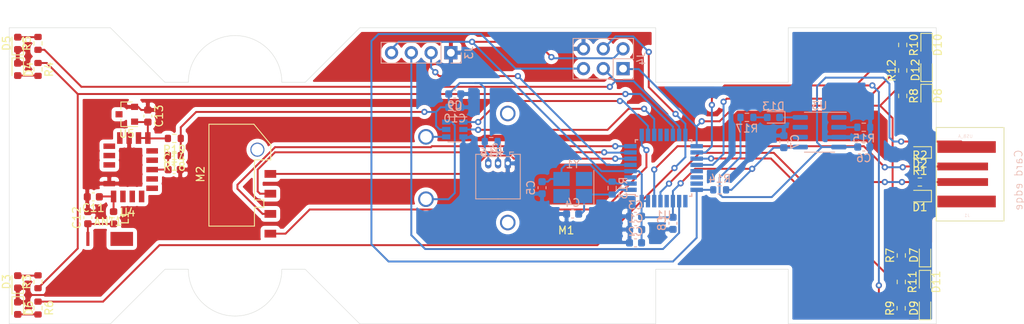
<source format=kicad_pcb>
(kicad_pcb (version 20171130) (host pcbnew 5.1.9+dfsg1-1+deb11u1)
  (layers (0 F.Cu signal) (31 B.Cu signal) (34 B.Paste user hide) (35 F.Paste user) (36 B.SilkS user) (37 F.SilkS user) (38 B.Mask user) (39 F.Mask user) (44 Edge.Cuts user))
  (net 0 "")
  (net 1 GND)
  (net 2 VCC)
  (net 3 D-)
  (net 4 D+)
  (net 5 TX)
  (net 6 RESET)
  (net 7 LED7)
  (net 8 LED6)
  (net 9 LED5)
  (net 10 LED4)
  (net 11 LED3)
  (net 12 LED2)
  (net 13 LED1)
  (net 14 PWM2)
  (net 15 PWM1)
  (net 16 M4)
  (net 17 M3)
  (net 18 M2)
  (net 19 M1)
  (net 20 RX)
  (net 21 "Net-(C5-Pad1)")
  (net 22 "Net-(C4-Pad1)")
  (net 23 "Net-(M1-Pad1)")
  (net 24 "Net-(M1-Pad2)")
  (net 25 CHG)
  (net 26 VBUS)
  (net 27 SELI)
  (net 28 "Net-(D1-Pad1)")
  (net 29 "Net-(D2-Pad1)")
  (net 30 "Net-(D3-Pad2)")
  (net 31 "Net-(D4-Pad2)")
  (net 32 "Net-(D5-Pad2)")
  (net 33 "Net-(D6-Pad2)")
  (net 34 "Net-(D7-Pad2)")
  (net 35 "Net-(D8-Pad2)")
  (net 36 "Net-(D9-Pad2)")
  (net 37 "Net-(D10-Pad2)")
  (net 38 "Net-(D11-Pad2)")
  (net 39 "Net-(D12-Pad2)")
  (net 40 "Net-(D13-Pad2)")
  (net 41 TEMP)
  (net 42 ANTENNE)
  (net 43 2.5V)
  (net 44 RST_N)
  (net 45 "Net-(ANT1-Pad1)")
  (module Connector_Molex:Molex_PicoBlade_53048-0310_1x03_P1.25mm_Horizontal (layer B.Cu) (at 153.5 97.4 180)
    (fp_text reference J2 (at 1.25 1.95) (layer B.SilkS) (effects (justify mirror)))
    (fp_text value Conn_01x03_Male)
    (pad 3 thru_hole oval (at 2.5 0 180) (size 0.8 1.3) (drill 0.5) (layers *.Cu *.Mask) (net 2 VCC))
    (pad 2 thru_hole oval (at 1.25 0 180) (size 0.8 1.3) (drill 0.5) (layers *.Cu *.Mask) (net 41 TEMP))
    (pad 1 thru_hole roundrect (at 0 0 180) (size 0.8 1.3) (drill 0.5) (layers *.Cu *.Mask) (net 1 GND))
  )
  (module rex-motors:micro-slider (layer F.Cu) (at 120.6 100 90)
    (fp_text reference M2 (at 1.2065 -6.5405 90) (layer F.SilkS))
    (fp_text value Stepper_Motor_bipolar)
    (pad "" thru_hole circle (at 4.3561 0.762 270) (size 1.8 1.8) (drill 1.5) (layers *.Cu *.Mask))
    (pad 1 smd rect (at 1.2446 2.4257 90) (size 1 1.5) (layers F.Cu F.Paste F.Mask) (net 19 M1))
    (pad 2 smd rect (at -1.2954 2.4257 90) (size 1 1.5) (layers F.Cu F.Paste F.Mask) (net 18 M2))
    (pad 3 smd rect (at -3.8862 2.4257 90) (size 1 1.5) (layers F.Cu F.Paste F.Mask) (net 17 M3))
    (pad 4 smd rect (at -6.4262 2.4257 90) (size 1 1.5) (layers F.Cu F.Paste F.Mask) (net 16 M4))
  )
  (module Package_TO_SOT_SMD:SOT-23 (layer F.Cu) (at 104.6 91.1 180)
    (fp_text reference U5 (at 0 -2.5 180) (layer F.SilkS))
    (fp_text value LM4040DBZ-2.5)
    (pad 3 smd rect (at 1 0 180) (size 0.9 0.8) (layers F.Cu F.Paste F.Mask))
    (pad 2 smd rect (at -1 0.95 180) (size 0.9 0.8) (layers F.Cu F.Paste F.Mask) (net 1 GND))
    (pad 1 smd rect (at -1 -0.95 180) (size 0.9 0.8) (layers F.Cu F.Paste F.Mask) (net 43 2.5V))
  )
  (module Projet_Bagnole:BM71BLE01FC2 (layer F.Cu) (at 108.1 101.9 180)
    (fp_text reference U4 (at 3.4 -1.8) (layer F.SilkS))
    (fp_text value BM71BLE01FC2)
    (pad 1 smd rect (at 5.2 0.25) (size 0.7 1.5) (layers F.Cu F.Paste F.Mask) (net 42 ANTENNE))
    (pad 2 smd rect (at 4 0.25) (size 0.7 1.5) (layers F.Cu F.Paste F.Mask))
    (pad 3 smd rect (at 2.8 0.25) (size 0.7 1.5) (layers F.Cu F.Paste F.Mask))
    (pad 4 smd rect (at 1.6 0.25) (size 0.7 1.5) (layers F.Cu F.Paste F.Mask))
    (pad 14 smd rect (at 5.75 6.7 270) (size 0.7 1.5) (layers F.Cu F.Paste F.Mask))
    (pad 15 smd rect (at 5.75 5.5 270) (size 0.7 1.5) (layers F.Cu F.Paste F.Mask))
    (pad 16 smd rect (at 5.75 4.3 270) (size 0.7 1.5) (layers F.Cu F.Paste F.Mask))
    (pad 17 smd rect (at 5.75 1.9 270) (size 0.7 1.5) (layers F.Cu F.Paste F.Mask) (net 1 GND))
    (pad 13 smd rect (at 4.4 7.75) (size 0.7 1.5) (layers F.Cu F.Paste F.Mask))
    (pad 12 smd rect (at 3.2 7.75) (size 0.7 1.5) (layers F.Cu F.Paste F.Mask) (net 1 GND))
    (pad 11 smd rect (at 2 7.75) (size 0.7 1.5) (layers F.Cu F.Paste F.Mask) (net 43 2.5V))
    (pad 10 smd rect (at 0.8 7.75) (size 0.7 1.5) (layers F.Cu F.Paste F.Mask) (net 43 2.5V))
    (pad 9 smd rect (at 0.25 6.1 270) (size 0.7 1.5) (layers F.Cu F.Paste F.Mask))
    (pad 8 smd rect (at 0.25 4.9 270) (size 0.7 1.5) (layers F.Cu F.Paste F.Mask))
    (pad 7 smd rect (at 0.25 3.7 270) (size 0.7 1.5) (layers F.Cu F.Paste F.Mask) (net 44 RST_N))
    (pad 6 smd rect (at 0.25 2.5 270) (size 0.7 1.5) (layers F.Cu F.Paste F.Mask))
    (pad 5 smd rect (at 0.25 1.3 270) (size 0.7 1.5) (layers F.Cu F.Paste F.Mask))
  )
  (module Resistor_SMD:R_0603_1608Metric (layer F.Cu) (at 110.7 94.2 180)
    (fp_text reference R19 (at 0 -1.43) (layer F.SilkS))
    (fp_text value R)
    (pad 2 smd roundrect (at 0.825 0 180) (size 0.8 0.95) (layers F.Cu F.Paste F.Mask) (net 43 2.5V))
    (pad 1 smd roundrect (at -0.825 0 180) (size 0.8 0.95) (layers F.Cu F.Paste F.Mask) (net 2 VCC))
  )
  (module Resistor_SMD:R_0603_1608Metric (layer F.Cu) (at 110.7 96.4 180)
    (fp_text reference R18 (at 0 -1.43) (layer F.SilkS))
    (fp_text value 4.7k)
    (pad 2 smd roundrect (at 0.825 0 180) (size 0.8 0.95) (layers F.Cu F.Paste F.Mask) (net 44 RST_N))
    (pad 1 smd roundrect (at -0.825 0 180) (size 0.8 0.95) (layers F.Cu F.Paste F.Mask) (net 2 VCC))
  )
  (module Projet_Bagnole:Motor_DC (layer F.Cu) (at 161 105 180)
    (fp_text reference M1 (at 0 -1) (layer F.SilkS))
    (fp_text value Motor_DC)
    (pad 2 thru_hole circle (at 18 11 180) (size 2 2) (drill 1.5) (layers *.Cu *.Mask) (net 24 "Net-(M1-Pad2)"))
    (pad 1 thru_hole circle (at 18 3 180) (size 2 2) (drill 1.5) (layers *.Cu *.Mask) (net 23 "Net-(M1-Pad1)"))
    (pad "" thru_hole circle (at 7.5 0 180) (size 2 2) (drill 1.5) (layers *.Cu *.Mask))
    (pad "" thru_hole circle (at 7.5 14 180) (size 2 2) (drill 1.5) (layers *.Cu *.Mask))
  )
  (module Inductor_SMD:L_0603_1608Metric (layer F.Cu) (at 102.9 104.3875 270)
    (fp_text reference L1 (at 0 -1.43 270) (layer F.SilkS))
    (fp_text value L)
    (pad 2 smd roundrect (at 0.7875 0 270) (size 0.875 0.95) (layers F.Cu F.Paste F.Mask) (net 45 "Net-(ANT1-Pad1)"))
    (pad 1 smd roundrect (at -0.7875 0 270) (size 0.875 0.95) (layers F.Cu F.Paste F.Mask) (net 42 ANTENNE))
  )
  (module Capacitor_SMD:C_0603_1608Metric (layer F.Cu) (at 110.682272 98.205382)
    (fp_text reference C14 (at 0 -1.43) (layer F.SilkS))
    (fp_text value 10uF)
    (pad 2 smd roundrect (at 0.775 0) (size 0.9 0.95) (layers F.Cu F.Paste F.Mask) (net 1 GND))
    (pad 1 smd roundrect (at -0.775 0) (size 0.9 0.95) (layers F.Cu F.Paste F.Mask) (net 44 RST_N))
  )
  (module Capacitor_SMD:C_0603_1608Metric (layer F.Cu) (at 107.3 91.325 270)
    (fp_text reference C13 (at 0 -1.43 270) (layer F.SilkS))
    (fp_text value 10uF)
    (pad 2 smd roundrect (at 0.775 0 270) (size 0.9 0.95) (layers F.Cu F.Paste F.Mask) (net 43 2.5V))
    (pad 1 smd roundrect (at -0.775 0 270) (size 0.9 0.95) (layers F.Cu F.Paste F.Mask) (net 1 GND))
  )
  (module Capacitor_SMD:C_0603_1608Metric (layer F.Cu) (at 99.6 104.375 90)
    (fp_text reference C12 (at 0 -1.43 270) (layer F.SilkS))
    (fp_text value C)
    (pad 2 smd roundrect (at 0.775 0 90) (size 0.9 0.95) (layers F.Cu F.Paste F.Mask) (net 1 GND))
    (pad 1 smd roundrect (at -0.775 0 90) (size 0.9 0.95) (layers F.Cu F.Paste F.Mask) (net 45 "Net-(ANT1-Pad1)"))
  )
  (module Capacitor_SMD:C_0603_1608Metric (layer F.Cu) (at 100.3 101.7 180)
    (fp_text reference C11 (at 0 -1.43) (layer F.SilkS))
    (fp_text value C)
    (pad 2 smd roundrect (at 0.775 0 180) (size 0.9 0.95) (layers F.Cu F.Paste F.Mask) (net 1 GND))
    (pad 1 smd roundrect (at -0.775 0 180) (size 0.9 0.95) (layers F.Cu F.Paste F.Mask) (net 42 ANTENNE))
  )
  (module Projet_Bagnole:ANT3216LL00R2400A (layer F.Cu) (at 102.2 104.4)
    (fp_text reference ANT1 (at 0 0.5 180) (layer F.SilkS))
    (fp_text value ANT3216LL00R2400A)
    (pad 2 smd rect (at 1.75 2.7 90) (size 1.8 2.9) (layers F.Cu F.Paste F.Mask))
    (pad 1 smd rect (at -2.6 2.7 180) (size 0.4 1.8) (layers F.Cu F.Paste F.Mask) (net 45 "Net-(ANT1-Pad1)"))
  )
  (module Connector_PinHeader_2.54mm:PinHeader_2x03_P2.54mm_Vertical (layer B.Cu) (at 168.3 85.24 90)
    (fp_text reference J4 (at 1.27 2.33 270) (layer B.SilkS) (effects (justify mirror)))
    (fp_text value AVR-ISP-6)
    (pad 6 thru_hole oval (at 2.54 -5.08 90) (size 1.7 1.7) (drill 1) (layers *.Cu *.Mask) (net 1 GND))
    (pad 5 thru_hole oval (at 0 -5.08 90) (size 1.7 1.7) (drill 1) (layers *.Cu *.Mask) (net 6 RESET))
    (pad 4 thru_hole oval (at 2.54 -2.54 90) (size 1.7 1.7) (drill 1) (layers *.Cu *.Mask) (net 11 LED3))
    (pad 3 thru_hole oval (at 0 -2.54 90) (size 1.7 1.7) (drill 1) (layers *.Cu *.Mask) (net 12 LED2))
    (pad 2 thru_hole oval (at 2.54 0 90) (size 1.7 1.7) (drill 1) (layers *.Cu *.Mask) (net 2 VCC))
    (pad 1 thru_hole rect (at 0 0 90) (size 1.7 1.7) (drill 1) (layers *.Cu *.Mask) (net 10 LED4))
  )
  (module Resistor_SMD:R_0603_1608Metric (layer B.Cu) (at 184.2 91.5)
    (fp_text reference R17 (at 0 1.43) (layer B.SilkS) (effects (justify mirror)))
    (fp_text value 1k)
    (pad 2 smd roundrect (at 0.825 0) (size 0.8 0.95) (layers B.Cu B.Paste B.Mask) (net 40 "Net-(D13-Pad2)"))
    (pad 1 smd roundrect (at -0.825 0) (size 0.8 0.95) (layers B.Cu B.Paste B.Mask) (net 26 VBUS))
  )
  (module Resistor_SMD:R_0603_1608Metric (layer B.Cu) (at 151.375 94.6)
    (fp_text reference R16 (at 0 1.43) (layer B.SilkS) (effects (justify mirror)))
    (fp_text value R)
    (pad 2 smd roundrect (at 0.825 0) (size 0.8 0.95) (layers B.Cu B.Paste B.Mask) (net 41 TEMP))
    (pad 1 smd roundrect (at -0.825 0) (size 0.8 0.95) (layers B.Cu B.Paste B.Mask) (net 2 VCC))
  )
  (module Resistor_SMD:R_0603_1608Metric (layer B.Cu) (at 199.2 92.769573)
    (fp_text reference R15 (at 0 1.43) (layer B.SilkS) (effects (justify mirror)))
    (fp_text value 10k)
    (pad 2 smd roundrect (at 0.825 0) (size 0.8 0.95) (layers B.Cu B.Paste B.Mask) (net 1 GND))
    (pad 1 smd roundrect (at -0.825 0) (size 0.8 0.95) (layers B.Cu B.Paste B.Mask) (net 27 SELI))
  )
  (module Resistor_SMD:R_0603_1608Metric (layer B.Cu) (at 180.7 100.8 180)
    (fp_text reference R14 (at 0 1.43) (layer B.SilkS) (effects (justify mirror)))
    (fp_text value 10k)
    (pad 2 smd roundrect (at 0.825 0 180) (size 0.8 0.95) (layers B.Cu B.Paste B.Mask) (net 6 RESET))
    (pad 1 smd roundrect (at -0.825 0 180) (size 0.8 0.95) (layers B.Cu B.Paste B.Mask) (net 2 VCC))
  )
  (module Resistor_SMD:R_0603_1608Metric (layer B.Cu) (at 166.9 100.575 90)
    (fp_text reference R13 (at 0 1.43 90) (layer B.SilkS) (effects (justify mirror)))
    (fp_text value 1M)
    (pad 2 smd roundrect (at 0.825 0 90) (size 0.8 0.95) (layers B.Cu B.Paste B.Mask) (net 21 "Net-(C5-Pad1)"))
    (pad 1 smd roundrect (at -0.825 0 90) (size 0.8 0.95) (layers B.Cu B.Paste B.Mask) (net 22 "Net-(C4-Pad1)"))
  )
  (module Resistor_SMD:R_0603_1608Metric (layer F.Cu) (at 204.2 85.475 90)
    (fp_text reference R12 (at 0 -1.43 90) (layer F.SilkS))
    (fp_text value 330)
    (pad 2 smd roundrect (at 0.825 0 90) (size 0.8 0.95) (layers F.Cu F.Paste F.Mask) (net 39 "Net-(D12-Pad2)"))
    (pad 1 smd roundrect (at -0.825 0 90) (size 0.8 0.95) (layers F.Cu F.Paste F.Mask) (net 7 LED7))
  )
  (module Resistor_SMD:R_0603_1608Metric (layer F.Cu) (at 204.016 112.624 270)
    (fp_text reference R11 (at 0 -1.43 90) (layer F.SilkS))
    (fp_text value 330)
    (pad 2 smd roundrect (at 0.825 0 270) (size 0.8 0.95) (layers F.Cu F.Paste F.Mask) (net 38 "Net-(D11-Pad2)"))
    (pad 1 smd roundrect (at -0.825 0 270) (size 0.8 0.95) (layers F.Cu F.Paste F.Mask) (net 8 LED6))
  )
  (module Resistor_SMD:R_0603_1608Metric (layer F.Cu) (at 204.2 82.2 270)
    (fp_text reference R10 (at 0 -1.43 90) (layer F.SilkS))
    (fp_text value 330)
    (pad 2 smd roundrect (at 0.825 0 270) (size 0.8 0.95) (layers F.Cu F.Paste F.Mask) (net 37 "Net-(D10-Pad2)"))
    (pad 1 smd roundrect (at -0.825 0 270) (size 0.8 0.95) (layers F.Cu F.Paste F.Mask) (net 9 LED5))
  )
  (module Resistor_SMD:R_0603_1608Metric (layer F.Cu) (at 204 116 90)
    (fp_text reference R9 (at 0 -1.43 90) (layer F.SilkS))
    (fp_text value 330)
    (pad 2 smd roundrect (at 0.825 0 90) (size 0.8 0.95) (layers F.Cu F.Paste F.Mask) (net 36 "Net-(D9-Pad2)"))
    (pad 1 smd roundrect (at -0.825 0 90) (size 0.8 0.95) (layers F.Cu F.Paste F.Mask) (net 9 LED5))
  )
  (module Resistor_SMD:R_0603_1608Metric (layer F.Cu) (at 204.2 88.744 270)
    (fp_text reference R8 (at 0 -1.43 90) (layer F.SilkS))
    (fp_text value 330)
    (pad 2 smd roundrect (at 0.825 0 270) (size 0.8 0.95) (layers F.Cu F.Paste F.Mask) (net 35 "Net-(D8-Pad2)"))
    (pad 1 smd roundrect (at -0.825 0 270) (size 0.8 0.95) (layers F.Cu F.Paste F.Mask) (net 10 LED4))
  )
  (module Resistor_SMD:R_0603_1608Metric (layer F.Cu) (at 204.016 109.225 90)
    (fp_text reference R7 (at 0 -1.43 90) (layer F.SilkS))
    (fp_text value 330)
    (pad 2 smd roundrect (at 0.825 0 90) (size 0.8 0.95) (layers F.Cu F.Paste F.Mask) (net 34 "Net-(D7-Pad2)"))
    (pad 1 smd roundrect (at -0.825 0 90) (size 0.8 0.95) (layers F.Cu F.Paste F.Mask) (net 10 LED4))
  )
  (module Resistor_SMD:R_0603_1608Metric (layer F.Cu) (at 93.2 115.975 270)
    (fp_text reference R6 (at 0 -1.43 90) (layer F.SilkS))
    (fp_text value 330)
    (pad 2 smd roundrect (at 0.825 0 270) (size 0.8 0.95) (layers F.Cu F.Paste F.Mask) (net 33 "Net-(D6-Pad2)"))
    (pad 1 smd roundrect (at -0.825 0 270) (size 0.8 0.95) (layers F.Cu F.Paste F.Mask) (net 11 LED3))
  )
  (module Resistor_SMD:R_0603_1608Metric (layer F.Cu) (at 93.2 82 90)
    (fp_text reference R5 (at 0 -1.43 90) (layer F.SilkS))
    (fp_text value 330)
    (pad 2 smd roundrect (at 0.825 0 90) (size 0.8 0.95) (layers F.Cu F.Paste F.Mask) (net 32 "Net-(D5-Pad2)"))
    (pad 1 smd roundrect (at -0.825 0 90) (size 0.8 0.95) (layers F.Cu F.Paste F.Mask) (net 12 LED2))
  )
  (module Resistor_SMD:R_0603_1608Metric (layer F.Cu) (at 93.2 85.344 270)
    (fp_text reference R4 (at 0 -1.43 90) (layer F.SilkS))
    (fp_text value 330)
    (pad 2 smd roundrect (at 0.825 0 270) (size 0.8 0.95) (layers F.Cu F.Paste F.Mask) (net 31 "Net-(D4-Pad2)"))
    (pad 1 smd roundrect (at -0.825 0 270) (size 0.8 0.95) (layers F.Cu F.Paste F.Mask) (net 13 LED1))
  )
  (module Resistor_SMD:R_0603_1608Metric (layer F.Cu) (at 93.2 112.6 90)
    (fp_text reference R3 (at 0 -1.43 90) (layer F.SilkS))
    (fp_text value 330)
    (pad 2 smd roundrect (at 0.825 0 90) (size 0.8 0.95) (layers F.Cu F.Paste F.Mask) (net 30 "Net-(D3-Pad2)"))
    (pad 1 smd roundrect (at -0.825 0 90) (size 0.8 0.95) (layers F.Cu F.Paste F.Mask) (net 13 LED1))
  )
  (module Resistor_SMD:R_0603_1608Metric (layer F.Cu) (at 206.4 97.8)
    (fp_text reference R2 (at 0 -1.43) (layer F.SilkS))
    (fp_text value 220)
    (pad 2 smd roundrect (at 0.825 0) (size 0.8 0.95) (layers F.Cu F.Paste F.Mask) (net 29 "Net-(D2-Pad1)"))
    (pad 1 smd roundrect (at -0.825 0) (size 0.8 0.95) (layers F.Cu F.Paste F.Mask) (net 3 D-))
  )
  (module Resistor_SMD:R_0603_1608Metric (layer F.Cu) (at 206.4 99.8)
    (fp_text reference R1 (at 0 -1.43) (layer F.SilkS))
    (fp_text value 220)
    (pad 2 smd roundrect (at 0.825 0) (size 0.8 0.95) (layers F.Cu F.Paste F.Mask) (net 28 "Net-(D1-Pad1)"))
    (pad 1 smd roundrect (at -0.825 0) (size 0.8 0.95) (layers F.Cu F.Paste F.Mask) (net 4 D+))
  )
  (module Connector_PinHeader_2.54mm:PinHeader_1x04_P2.54mm_Vertical (layer B.Cu) (at 146.2 83.2 90)
    (fp_text reference J3 (at 0 2.33 -90) (layer B.SilkS) (effects (justify mirror)))
    (fp_text value Conn_01x04_Male)
    (pad 4 thru_hole oval (at 0 -7.62 90) (size 1.7 1.7) (drill 1) (layers *.Cu *.Mask) (net 2 VCC))
    (pad 3 thru_hole oval (at 0 -5.08 90) (size 1.7 1.7) (drill 1) (layers *.Cu *.Mask) (net 5 TX))
    (pad 2 thru_hole oval (at 0 -2.54 90) (size 1.7 1.7) (drill 1) (layers *.Cu *.Mask) (net 20 RX))
    (pad 1 thru_hole rect (at 0 0 90) (size 1.7 1.7) (drill 1) (layers *.Cu *.Mask) (net 1 GND))
  )
  (module Diode_SMD:D_0603_1608Metric (layer B.Cu) (at 187.6 91.5 180)
    (fp_text reference D13 (at 0 1.43) (layer B.SilkS) (effects (justify mirror)))
    (fp_text value LED)
    (pad 2 smd roundrect (at 0.7875 0 180) (size 0.875 0.95) (layers B.Cu B.Paste B.Mask) (net 40 "Net-(D13-Pad2)"))
    (pad 1 smd roundrect (at -0.7875 0 180) (size 0.875 0.95) (layers B.Cu B.Paste B.Mask) (net 25 CHG))
  )
  (module Diode_SMD:D_0603_1608Metric (layer F.Cu) (at 207.264 85.4165 90)
    (fp_text reference D12 (at 0 -1.43 90) (layer F.SilkS))
    (fp_text value LED)
    (pad 2 smd roundrect (at 0.7875 0 90) (size 0.875 0.95) (layers F.Cu F.Paste F.Mask) (net 39 "Net-(D12-Pad2)"))
    (pad 1 smd roundrect (at -0.7875 0 90) (size 0.875 0.95) (layers F.Cu F.Paste F.Mask) (net 1 GND))
  )
  (module Diode_SMD:D_0603_1608Metric (layer F.Cu) (at 207.064 112.624 270)
    (fp_text reference D11 (at 0 -1.43 90) (layer F.SilkS))
    (fp_text value LED)
    (pad 2 smd roundrect (at 0.7875 0 270) (size 0.875 0.95) (layers F.Cu F.Paste F.Mask) (net 38 "Net-(D11-Pad2)"))
    (pad 1 smd roundrect (at -0.7875 0 270) (size 0.875 0.95) (layers F.Cu F.Paste F.Mask) (net 1 GND))
  )
  (module Diode_SMD:D_0603_1608Metric (layer F.Cu) (at 207.264 82.2 270)
    (fp_text reference D10 (at 0 -1.43 90) (layer F.SilkS))
    (fp_text value LED)
    (pad 2 smd roundrect (at 0.7875 0 270) (size 0.875 0.95) (layers F.Cu F.Paste F.Mask) (net 37 "Net-(D10-Pad2)"))
    (pad 1 smd roundrect (at -0.7875 0 270) (size 0.875 0.95) (layers F.Cu F.Paste F.Mask) (net 1 GND))
  )
  (module Diode_SMD:D_0603_1608Metric (layer F.Cu) (at 207.064 115.9875 90)
    (fp_text reference D9 (at 0 -1.43 90) (layer F.SilkS))
    (fp_text value LED)
    (pad 2 smd roundrect (at 0.7875 0 90) (size 0.875 0.95) (layers F.Cu F.Paste F.Mask) (net 36 "Net-(D9-Pad2)"))
    (pad 1 smd roundrect (at -0.7875 0 90) (size 0.875 0.95) (layers F.Cu F.Paste F.Mask) (net 1 GND))
  )
  (module Diode_SMD:D_0603_1608Metric (layer F.Cu) (at 207.264 88.744 270)
    (fp_text reference D8 (at 0 -1.43 90) (layer F.SilkS))
    (fp_text value LED)
    (pad 2 smd roundrect (at 0.7875 0 270) (size 0.875 0.95) (layers F.Cu F.Paste F.Mask) (net 35 "Net-(D8-Pad2)"))
    (pad 1 smd roundrect (at -0.7875 0 270) (size 0.875 0.95) (layers F.Cu F.Paste F.Mask) (net 1 GND))
  )
  (module Diode_SMD:D_0603_1608Metric (layer F.Cu) (at 207.064 109.2 90)
    (fp_text reference D7 (at 0 -1.43 90) (layer F.SilkS))
    (fp_text value LED)
    (pad 2 smd roundrect (at 0.7875 0 90) (size 0.875 0.95) (layers F.Cu F.Paste F.Mask) (net 34 "Net-(D7-Pad2)"))
    (pad 1 smd roundrect (at -0.7875 0 90) (size 0.875 0.95) (layers F.Cu F.Paste F.Mask) (net 1 GND))
  )
  (module Diode_SMD:D_0603_1608Metric (layer F.Cu) (at 90.6 116 270)
    (fp_text reference D6 (at 0 -1.43 90) (layer F.SilkS))
    (fp_text value LED)
    (pad 2 smd roundrect (at 0.7875 0 270) (size 0.875 0.95) (layers F.Cu F.Paste F.Mask) (net 33 "Net-(D6-Pad2)"))
    (pad 1 smd roundrect (at -0.7875 0 270) (size 0.875 0.95) (layers F.Cu F.Paste F.Mask) (net 1 GND))
  )
  (module Diode_SMD:D_0603_1608Metric (layer F.Cu) (at 90.6 81.9875 90)
    (fp_text reference D5 (at 0 -1.43 90) (layer F.SilkS))
    (fp_text value LED)
    (pad 2 smd roundrect (at 0.7875 0 90) (size 0.875 0.95) (layers F.Cu F.Paste F.Mask) (net 32 "Net-(D5-Pad2)"))
    (pad 1 smd roundrect (at -0.7875 0 90) (size 0.875 0.95) (layers F.Cu F.Paste F.Mask) (net 1 GND))
  )
  (module Diode_SMD:D_0603_1608Metric (layer F.Cu) (at 90.6 85.344 270)
    (fp_text reference D4 (at 0 -1.43 90) (layer F.SilkS))
    (fp_text value LED)
    (pad 2 smd roundrect (at 0.7875 0 270) (size 0.875 0.95) (layers F.Cu F.Paste F.Mask) (net 31 "Net-(D4-Pad2)"))
    (pad 1 smd roundrect (at -0.7875 0 270) (size 0.875 0.95) (layers F.Cu F.Paste F.Mask) (net 1 GND))
  )
  (module Diode_SMD:D_0603_1608Metric (layer F.Cu) (at 90.6 112.6 90)
    (fp_text reference D3 (at 0 -1.43 90) (layer F.SilkS))
    (fp_text value LED)
    (pad 2 smd roundrect (at 0.7875 0 90) (size 0.875 0.95) (layers F.Cu F.Paste F.Mask) (net 30 "Net-(D3-Pad2)"))
    (pad 1 smd roundrect (at -0.7875 0 90) (size 0.875 0.95) (layers F.Cu F.Paste F.Mask) (net 1 GND))
  )
  (module Diode_SMD:D_0603_1608Metric (layer F.Cu) (at 206.4 96 180)
    (fp_text reference D2 (at 0 -1.43) (layer F.SilkS))
    (fp_text value D)
    (pad 2 smd roundrect (at 0.7875 0 180) (size 0.875 0.95) (layers F.Cu F.Paste F.Mask) (net 1 GND))
    (pad 1 smd roundrect (at -0.7875 0 180) (size 0.875 0.95) (layers F.Cu F.Paste F.Mask) (net 29 "Net-(D2-Pad1)"))
  )
  (module Diode_SMD:D_0603_1608Metric (layer F.Cu) (at 206.4 101.6 180)
    (fp_text reference D1 (at 0 -1.43) (layer F.SilkS))
    (fp_text value D)
    (pad 2 smd roundrect (at 0.7875 0 180) (size 0.875 0.95) (layers F.Cu F.Paste F.Mask) (net 1 GND))
    (pad 1 smd roundrect (at -0.7875 0 180) (size 0.875 0.95) (layers F.Cu F.Paste F.Mask) (net 28 "Net-(D1-Pad1)"))
  )
  (module Capacitor_SMD:C_0603_1608Metric (layer B.Cu) (at 146.7 90.2)
    (fp_text reference C10 (at 0 1.43) (layer B.SilkS) (effects (justify mirror)))
    (fp_text value 2.2uF)
    (pad 2 smd roundrect (at 0.775 0) (size 0.9 0.95) (layers B.Cu B.Paste B.Mask) (net 1 GND))
    (pad 1 smd roundrect (at -0.775 0) (size 0.9 0.95) (layers B.Cu B.Paste B.Mask) (net 2 VCC))
  )
  (module Capacitor_SMD:C_0603_1608Metric (layer B.Cu) (at 146.7 88.5)
    (fp_text reference C9 (at 0 1.43) (layer B.SilkS) (effects (justify mirror)))
    (fp_text value 100nF)
    (pad 2 smd roundrect (at 0.775 0) (size 0.9 0.95) (layers B.Cu B.Paste B.Mask) (net 1 GND))
    (pad 1 smd roundrect (at -0.775 0) (size 0.9 0.95) (layers B.Cu B.Paste B.Mask) (net 2 VCC))
  )
  (module Capacitor_SMD:C_0603_1608Metric (layer B.Cu) (at 174.7 105.1 270)
    (fp_text reference C8 (at 0 1.43 90) (layer B.SilkS) (effects (justify mirror)))
    (fp_text value C)
    (pad 2 smd roundrect (at 0.775 0 270) (size 0.9 0.95) (layers B.Cu B.Paste B.Mask) (net 1 GND))
    (pad 1 smd roundrect (at -0.775 0 270) (size 0.9 0.95) (layers B.Cu B.Paste B.Mask) (net 2 VCC))
  )
  (module Capacitor_SMD:C_0603_1608Metric (layer B.Cu) (at 188.934781 94.617345 90)
    (fp_text reference C7 (at 0 1.43 90) (layer B.SilkS) (effects (justify mirror)))
    (fp_text value 2.2uF)
    (pad 2 smd roundrect (at 0.775 0 90) (size 0.9 0.95) (layers B.Cu B.Paste B.Mask) (net 1 GND))
    (pad 1 smd roundrect (at -0.775 0 90) (size 0.9 0.95) (layers B.Cu B.Paste B.Mask) (net 2 VCC))
  )
  (module Capacitor_SMD:C_0603_1608Metric (layer B.Cu) (at 199.2 95.3)
    (fp_text reference C6 (at 0 1.43) (layer B.SilkS) (effects (justify mirror)))
    (fp_text value DNP)
    (pad 2 smd roundrect (at 0.775 0) (size 0.9 0.95) (layers B.Cu B.Paste B.Mask) (net 1 GND))
    (pad 1 smd roundrect (at -0.775 0) (size 0.9 0.95) (layers B.Cu B.Paste B.Mask) (net 26 VBUS))
  )
  (module Capacitor_SMD:C_0603_1608Metric (layer B.Cu) (at 157.9 100.525 270)
    (fp_text reference C5 (at 0 1.43 270) (layer B.SilkS) (effects (justify mirror)))
    (fp_text value "22 pF")
    (pad 2 smd roundrect (at 0.775 0 270) (size 0.9 0.95) (layers B.Cu B.Paste B.Mask) (net 1 GND))
    (pad 1 smd roundrect (at -0.775 0 270) (size 0.9 0.95) (layers B.Cu B.Paste B.Mask) (net 21 "Net-(C5-Pad1)"))
  )
  (module Capacitor_SMD:C_0603_1608Metric (layer B.Cu) (at 161.825 103.9 180)
    (fp_text reference C4 (at 0 1.43) (layer B.SilkS) (effects (justify mirror)))
    (fp_text value "22 pF")
    (pad 2 smd roundrect (at 0.775 0 180) (size 0.9 0.95) (layers B.Cu B.Paste B.Mask) (net 1 GND))
    (pad 1 smd roundrect (at -0.775 0 180) (size 0.9 0.95) (layers B.Cu B.Paste B.Mask) (net 22 "Net-(C4-Pad1)"))
  )
  (module Capacitor_SMD:C_0603_1608Metric (layer B.Cu) (at 169.9 104.2 180)
    (fp_text reference C3 (at 0 1.43) (layer B.SilkS) (effects (justify mirror)))
    (fp_text value 100nF)
    (pad 2 smd roundrect (at 0.775 0 180) (size 0.9 0.95) (layers B.Cu B.Paste B.Mask) (net 1 GND))
    (pad 1 smd roundrect (at -0.775 0 180) (size 0.9 0.95) (layers B.Cu B.Paste B.Mask) (net 2 VCC))
  )
  (module Capacitor_SMD:C_0603_1608Metric (layer B.Cu) (at 169.9 107.6 180)
    (fp_text reference C2 (at 0 1.43) (layer B.SilkS) (effects (justify mirror)))
    (fp_text value 100nF)
    (pad 2 smd roundrect (at 0.775 0 180) (size 0.9 0.95) (layers B.Cu B.Paste B.Mask) (net 1 GND))
    (pad 1 smd roundrect (at -0.775 0 180) (size 0.9 0.95) (layers B.Cu B.Paste B.Mask) (net 2 VCC))
  )
  (module Capacitor_SMD:C_0603_1608Metric (layer B.Cu) (at 169.925 105.9 180)
    (fp_text reference C1 (at 0 1.43) (layer B.SilkS) (effects (justify mirror)))
    (fp_text value 4.7uF)
    (pad 2 smd roundrect (at 0.775 0 180) (size 0.9 0.95) (layers B.Cu B.Paste B.Mask) (net 1 GND))
    (pad 1 smd roundrect (at -0.775 0 180) (size 0.9 0.95) (layers B.Cu B.Paste B.Mask) (net 2 VCC))
  )
  (module SpF-con:USB-A-PCB (layer F.Cu) (at 212.2 98.8 180)
    (fp_text reference J1 (at -0.254 -5.2832) (layer B.SilkS) (effects (font (size 0.4064 0.4064) (thickness 0.0254)) (justify mirror)))
    (fp_text value USB_A (at -0.0508 4.8768) (layer B.SilkS) (effects (font (size 0.4064 0.4064) (thickness 0.0254)) (justify mirror)))
    (fp_text user "Card edge" (at -6.858 -0.762 90) (layer B.SilkS) (effects (font (size 1.016 1.016) (thickness 0.0762)) (justify mirror)))
    (pad 3 smd rect (at 0.29972 -0.99822 180) (size 6.49986 0.99822) (layers F.Cu F.Paste F.Mask) (net 28 "Net-(D1-Pad1)"))
    (pad 2 smd rect (at 0.29972 0.99822 180) (size 6.49986 0.99822) (layers F.Cu F.Paste F.Mask) (net 29 "Net-(D2-Pad1)"))
    (pad 4 smd rect (at -0.19812 -3.49758 180) (size 7.49808 1.4986) (layers F.Cu F.Paste F.Mask) (net 1 GND))
    (pad 1 smd rect (at -0.19812 3.49758 180) (size 7.49808 1.4986) (layers F.Cu F.Paste F.Mask) (net 26 VBUS))
  )
  (module Crystal:Crystal_SMD_SeikoEpson_FA238-4Pin_3.2x2.5mm_HandSoldering (layer B.Cu) (at 161.85 100.5 180)
    (fp_text reference Y1 (at 0 3) (layer B.SilkS) (effects (justify mirror)))
    (fp_text value Crystal_GND24)
    (pad 4 smd rect (at -1.45 1.1 180) (size 2.1 1.8) (layers B.Cu B.Paste B.Mask) (net 1 GND))
    (pad 3 smd rect (at 1.45 1.1 180) (size 2.1 1.8) (layers B.Cu B.Paste B.Mask) (net 21 "Net-(C5-Pad1)"))
    (pad 2 smd rect (at 1.45 -1.1 180) (size 2.1 1.8) (layers B.Cu B.Paste B.Mask) (net 1 GND))
    (pad 1 smd rect (at -1.45 -1.1 180) (size 2.1 1.8) (layers B.Cu B.Paste B.Mask) (net 22 "Net-(C4-Pad1)"))
  )
  (module Package_SO:SOIC-8_3.9x4.9mm_P1.27mm (layer B.Cu) (at 193.525 93.405 180)
    (fp_text reference U3 (at 0 3.4) (layer B.SilkS) (effects (justify mirror)))
    (fp_text value MAX1811)
    (pad 8 smd roundrect (at 2.475 1.905 180) (size 1.95 0.6) (layers B.Cu B.Paste B.Mask) (net 25 CHG))
    (pad 7 smd roundrect (at 2.475 0.635 180) (size 1.95 0.6) (layers B.Cu B.Paste B.Mask))
    (pad 6 smd roundrect (at 2.475 -0.635 180) (size 1.95 0.6) (layers B.Cu B.Paste B.Mask) (net 1 GND))
    (pad 5 smd roundrect (at 2.475 -1.905 180) (size 1.95 0.6) (layers B.Cu B.Paste B.Mask) (net 2 VCC))
    (pad 4 smd roundrect (at -2.475 -1.905 180) (size 1.95 0.6) (layers B.Cu B.Paste B.Mask) (net 26 VBUS))
    (pad 3 smd roundrect (at -2.475 -0.635 180) (size 1.95 0.6) (layers B.Cu B.Paste B.Mask) (net 1 GND))
    (pad 2 smd roundrect (at -2.475 0.635 180) (size 1.95 0.6) (layers B.Cu B.Paste B.Mask) (net 27 SELI))
    (pad 1 smd roundrect (at -2.475 1.905 180) (size 1.95 0.6) (layers B.Cu B.Paste B.Mask))
  )
  (module Package_TO_SOT_SMD:SOT-23-6 (layer B.Cu) (at 146.7 93.05 180)
    (fp_text reference U2 (at 0 2.9) (layer B.SilkS) (effects (justify mirror)))
    (fp_text value DRV8210DRL)
    (pad 5 smd rect (at 1.1 0 180) (size 1.06 0.65) (layers B.Cu B.Paste B.Mask) (net 2 VCC))
    (pad 6 smd rect (at 1.1 0.95 180) (size 1.06 0.65) (layers B.Cu B.Paste B.Mask) (net 23 "Net-(M1-Pad1)"))
    (pad 4 smd rect (at 1.1 -0.95 180) (size 1.06 0.65) (layers B.Cu B.Paste B.Mask) (net 24 "Net-(M1-Pad2)"))
    (pad 3 smd rect (at -1.1 -0.95 180) (size 1.06 0.65) (layers B.Cu B.Paste B.Mask) (net 1 GND))
    (pad 2 smd rect (at -1.1 0 180) (size 1.06 0.65) (layers B.Cu B.Paste B.Mask) (net 14 PWM2))
    (pad 1 smd rect (at -1.1 0.95 180) (size 1.06 0.65) (layers B.Cu B.Paste B.Mask) (net 15 PWM1))
  )
  (module Package_QFP:TQFP-32_7x7mm_P0.8mm (layer B.Cu) (at 173.5 98)
    (fp_text reference U1 (at 0 6.05) (layer B.SilkS) (effects (justify mirror)))
    (fp_text value ATmega16U2-AU)
    (pad 32 smd rect (at -2.8 4.25 270) (size 1.6 0.55) (layers B.Cu B.Paste B.Mask) (net 2 VCC))
    (pad 31 smd rect (at -2 4.25 270) (size 1.6 0.55) (layers B.Cu B.Paste B.Mask) (net 2 VCC))
    (pad 30 smd rect (at -1.2 4.25 270) (size 1.6 0.55) (layers B.Cu B.Paste B.Mask) (net 3 D-))
    (pad 29 smd rect (at -0.4 4.25 270) (size 1.6 0.55) (layers B.Cu B.Paste B.Mask) (net 4 D+))
    (pad 28 smd rect (at 0.4 4.25 270) (size 1.6 0.55) (layers B.Cu B.Paste B.Mask) (net 1 GND))
    (pad 27 smd rect (at 1.2 4.25 270) (size 1.6 0.55) (layers B.Cu B.Paste B.Mask) (net 2 VCC))
    (pad 26 smd rect (at 2 4.25 270) (size 1.6 0.55) (layers B.Cu B.Paste B.Mask) (net 5 TX))
    (pad 25 smd rect (at 2.8 4.25 270) (size 1.6 0.55) (layers B.Cu B.Paste B.Mask))
    (pad 24 smd rect (at 4.25 2.8) (size 1.6 0.55) (layers B.Cu B.Paste B.Mask) (net 6 RESET))
    (pad 23 smd rect (at 4.25 2) (size 1.6 0.55) (layers B.Cu B.Paste B.Mask))
    (pad 22 smd rect (at 4.25 1.2) (size 1.6 0.55) (layers B.Cu B.Paste B.Mask))
    (pad 21 smd rect (at 4.25 0.4) (size 1.6 0.55) (layers B.Cu B.Paste B.Mask))
    (pad 20 smd rect (at 4.25 -0.4) (size 1.6 0.55) (layers B.Cu B.Paste B.Mask) (net 7 LED7))
    (pad 19 smd rect (at 4.25 -1.2) (size 1.6 0.55) (layers B.Cu B.Paste B.Mask) (net 8 LED6))
    (pad 18 smd rect (at 4.25 -2) (size 1.6 0.55) (layers B.Cu B.Paste B.Mask) (net 9 LED5))
    (pad 17 smd rect (at 4.25 -2.8) (size 1.6 0.55) (layers B.Cu B.Paste B.Mask) (net 10 LED4))
    (pad 16 smd rect (at 2.8 -4.25 270) (size 1.6 0.55) (layers B.Cu B.Paste B.Mask) (net 11 LED3))
    (pad 15 smd rect (at 2 -4.25 270) (size 1.6 0.55) (layers B.Cu B.Paste B.Mask) (net 12 LED2))
    (pad 14 smd rect (at 1.2 -4.25 270) (size 1.6 0.55) (layers B.Cu B.Paste B.Mask) (net 13 LED1))
    (pad 13 smd rect (at 0.4 -4.25 270) (size 1.6 0.55) (layers B.Cu B.Paste B.Mask))
    (pad 12 smd rect (at -0.4 -4.25 270) (size 1.6 0.55) (layers B.Cu B.Paste B.Mask))
    (pad 11 smd rect (at -1.2 -4.25 270) (size 1.6 0.55) (layers B.Cu B.Paste B.Mask) (net 14 PWM2))
    (pad 10 smd rect (at -2 -4.25 270) (size 1.6 0.55) (layers B.Cu B.Paste B.Mask) (net 15 PWM1))
    (pad 9 smd rect (at -2.8 -4.25 270) (size 1.6 0.55) (layers B.Cu B.Paste B.Mask) (net 16 M4))
    (pad 8 smd rect (at -4.25 -2.8) (size 1.6 0.55) (layers B.Cu B.Paste B.Mask) (net 17 M3))
    (pad 7 smd rect (at -4.25 -2) (size 1.6 0.55) (layers B.Cu B.Paste B.Mask) (net 18 M2))
    (pad 6 smd rect (at -4.25 -1.2) (size 1.6 0.55) (layers B.Cu B.Paste B.Mask) (net 19 M1))
    (pad 5 smd rect (at -4.25 -0.4) (size 1.6 0.55) (layers B.Cu B.Paste B.Mask) (net 20 RX))
    (pad 4 smd rect (at -4.25 0.4) (size 1.6 0.55) (layers B.Cu B.Paste B.Mask) (net 2 VCC))
    (pad 3 smd rect (at -4.25 1.2) (size 1.6 0.55) (layers B.Cu B.Paste B.Mask) (net 1 GND))
    (pad 2 smd rect (at -4.25 2) (size 1.6 0.55) (layers B.Cu B.Paste B.Mask) (net 21 "Net-(C5-Pad1)"))
    (pad 1 smd rect (at -4.25 2.8) (size 1.6 0.55) (layers B.Cu B.Paste B.Mask) (net 22 "Net-(C4-Pad1)"))
  )
  (gr_line (start 208.5 104.8) (end 217.2 104.8) (layer Edge.Cuts) (width 0.05))
  (gr_line (start 208.5 118) (end 208.5 104.8) (layer Edge.Cuts) (width 0.05))
  (gr_line (start 217.2 92.8) (end 208.5 92.8) (layer Edge.Cuts) (width 0.05))
  (gr_line (start 217.2 92.8) (end 217.2 104.79948) (layer Edge.Cuts) (width 0.05))
  (gr_line (start 208.5 80) (end 208.5 92.8) (layer Edge.Cuts) (width 0.05))
  (gr_line (start 124.5 111) (end 127.5 111) (layer Edge.Cuts) (width 0.05))
  (gr_line (start 109.5 111) (end 112.5 111) (layer Edge.Cuts) (width 0.05))
  (gr_arc (start 118.5 111) (end 112.5 111) (angle -90) (layer Edge.Cuts) (width 0.05))
  (gr_arc (start 118.5 111) (end 118.5 117) (angle -90) (layer Edge.Cuts) (width 0.05))
  (gr_line (start 109.5 87) (end 112.5 87) (layer Edge.Cuts) (width 0.05))
  (gr_line (start 124.5 87) (end 127.5 87) (layer Edge.Cuts) (width 0.05))
  (gr_arc (start 118.5 87) (end 124.5 87) (angle -90) (layer Edge.Cuts) (width 0.05))
  (gr_arc (start 118.5 87) (end 118.5 81) (angle -90) (layer Edge.Cuts) (width 0.05))
  (gr_line (start 172.5 111) (end 189.5 111) (layer Edge.Cuts) (width 0.05))
  (gr_line (start 172.5 111) (end 172.5 118) (layer Edge.Cuts) (width 0.05))
  (gr_line (start 189.5 111) (end 189.5 118) (layer Edge.Cuts) (width 0.05))
  (gr_line (start 134.5 118) (end 172.5 118) (layer Edge.Cuts) (width 0.05))
  (gr_line (start 127.5 111) (end 134.5 118) (layer Edge.Cuts) (width 0.05))
  (gr_line (start 134.5 80) (end 172.5 80) (layer Edge.Cuts) (width 0.05))
  (gr_line (start 127.5 87) (end 134.5 80) (layer Edge.Cuts) (width 0.05))
  (gr_line (start 89.5 80) (end 102.5 80) (layer Edge.Cuts) (width 0.05))
  (gr_line (start 109.5 87) (end 102.5 80) (layer Edge.Cuts) (width 0.05))
  (gr_line (start 89.5 118) (end 102.5 118) (layer Edge.Cuts) (width 0.05))
  (gr_line (start 109.5 111) (end 102.5 118) (layer Edge.Cuts) (width 0.05))
  (gr_line (start 189.5 80) (end 208.5 80) (layer Edge.Cuts) (width 0.05))
  (gr_line (start 189.5 80) (end 189.5 87) (layer Edge.Cuts) (width 0.05))
  (gr_line (start 89.5 80) (end 89.5 118) (layer Edge.Cuts) (width 0.05))
  (gr_line (start 172.5 80) (end 172.5 87) (layer Edge.Cuts) (width 0.05))
  (gr_line (start 172.5 87) (end 189.5 87) (layer Edge.Cuts) (width 0.05))
  (gr_line (start 189.5 118) (end 208.5 118) (layer Edge.Cuts) (width 0.05))
  (segment (start 92 114.3) (end 94.95 114.3) (width 0.25) (layer F.Cu) (net 0))
  (segment (start 105.6 90.15) (end 106.05 90.15) (width 0.25) (layer F.Cu) (net 1))
  (segment (start 106.45 90.55) (end 107.3 90.55) (width 0.25) (layer F.Cu) (net 1))
  (segment (start 106.05 90.15) (end 106.45 90.55) (width 0.25) (layer F.Cu) (net 1))
  (segment (start 111.525 96.4) (end 111.525 94.2) (width 0.25) (layer F.Cu) (net 2))
  (segment (start 190.967655 95.392345) (end 191.05 95.31) (width 0.25) (layer B.Cu) (net 2))
  (segment (start 188.934781 95.392345) (end 190.967655 95.392345) (width 0.25) (layer B.Cu) (net 2))
  (segment (start 174.7 104.325) (end 174.7 102.25) (width 0.25) (layer B.Cu) (net 2))
  (segment (start 170.675 105.925) (end 170.7 105.9) (width 0.25) (layer B.Cu) (net 2))
  (segment (start 170.675 107.6) (end 170.675 105.925) (width 0.25) (layer B.Cu) (net 2))
  (segment (start 170.675 105.875) (end 170.7 105.9) (width 0.25) (layer B.Cu) (net 2))
  (segment (start 170.675 104.2) (end 170.675 105.875) (width 0.25) (layer B.Cu) (net 2))
  (segment (start 170.675 102.275) (end 170.7 102.25) (width 0.25) (layer B.Cu) (net 2))
  (segment (start 170.675 104.2) (end 170.675 102.275) (width 0.25) (layer B.Cu) (net 2))
  (segment (start 170.7 102.25) (end 171.5 102.25) (width 0.25) (layer B.Cu) (net 2))
  (segment (start 151 97.4) (end 151 96.2) (width 0.25) (layer B.Cu) (net 2))
  (segment (start 150.55 95.75) (end 150.55 94.6) (width 0.25) (layer B.Cu) (net 2))
  (segment (start 151 96.2) (end 150.55 95.75) (width 0.25) (layer B.Cu) (net 2))
  (segment (start 145.925 88.5) (end 145.925 90.2) (width 0.25) (layer B.Cu) (net 2))
  (segment (start 144.75 93.05) (end 145.6 93.05) (width 0.25) (layer B.Cu) (net 2))
  (segment (start 144.3 92.6) (end 144.75 93.05) (width 0.25) (layer B.Cu) (net 2))
  (segment (start 144.3 90.8) (end 144.3 92.6) (width 0.25) (layer B.Cu) (net 2))
  (segment (start 144.9 90.2) (end 144.3 90.8) (width 0.25) (layer B.Cu) (net 2))
  (segment (start 145.925 90.2) (end 144.9 90.2) (width 0.25) (layer B.Cu) (net 2))
  (segment (start 165.53641 98.4) (end 154.23641 87.1) (width 0.25) (layer B.Cu) (net 2))
  (segment (start 169.25 98.4) (end 165.53641 98.4) (width 0.25) (layer B.Cu) (net 2))
  (segment (start 147.325 87.1) (end 145.925 88.5) (width 0.25) (layer B.Cu) (net 2))
  (segment (start 139.5 81.8) (end 138.58 82.72) (width 0.25) (layer B.Cu) (net 2))
  (segment (start 138.58 82.72) (end 138.58 83.2) (width 0.25) (layer B.Cu) (net 2))
  (segment (start 148.9 81.8) (end 139.5 81.8) (width 0.25) (layer B.Cu) (net 2))
  (segment (start 154.2 87.1) (end 148.9 81.8) (width 0.25) (layer B.Cu) (net 2))
  (segment (start 154.23641 87.1) (end 154.2 87.1) (width 0.25) (layer B.Cu) (net 2))
  (segment (start 111.525 94.2) (end 111.525 92.775) (width 0.25) (layer F.Cu) (net 2))
  (via (at 142.8 90.8) (size 0.8) (drill 0.4) (layers F.Cu B.Cu) (net 2))
  (segment (start 113.5 90.8) (end 142.8 90.8) (width 0.25) (layer F.Cu) (net 2))
  (segment (start 111.525 92.775) (end 113.5 90.8) (width 0.25) (layer F.Cu) (net 2))
  (segment (start 142.8 90.8) (end 144.3 90.8) (width 0.25) (layer B.Cu) (net 2))
  (segment (start 149.3 87.1) (end 147.325 87.1) (width 0.25) (layer B.Cu) (net 2))
  (segment (start 154.23641 87.1) (end 149.3 87.1) (width 0.25) (layer B.Cu) (net 2))
  (segment (start 149.9 87.1) (end 149.3 87.1) (width 0.25) (layer B.Cu) (net 2))
  (segment (start 150.55 87.75) (end 149.9 87.1) (width 0.25) (layer B.Cu) (net 2))
  (segment (start 150.55 94.6) (end 150.55 87.75) (width 0.25) (layer B.Cu) (net 2))
  (segment (start 170.3 98.4) (end 170.7 98.8) (width 0.25) (layer B.Cu) (net 2))
  (segment (start 169.25 98.4) (end 170.3 98.4) (width 0.25) (layer B.Cu) (net 2))
  (segment (start 170.7 98.8) (end 170.7 102.25) (width 0.25) (layer B.Cu) (net 2))
  (segment (start 170.8 104.325) (end 170.675 104.2) (width 0.25) (layer B.Cu) (net 2))
  (segment (start 174.7 104.325) (end 170.8 104.325) (width 0.25) (layer B.Cu) (net 2))
  (segment (start 187.617655 95.392345) (end 188.934781 95.392345) (width 0.25) (layer B.Cu) (net 2))
  (segment (start 181.525 100.8) (end 182.21 100.8) (width 0.25) (layer B.Cu) (net 2))
  (via (at 184.87 98.1) (size 0.8) (drill 0.4) (layers F.Cu B.Cu) (net 2))
  (segment (start 184.89 98.12) (end 184.87 98.1) (width 0.25) (layer B.Cu) (net 2))
  (segment (start 182.21 100.8) (end 184.89 98.12) (width 0.25) (layer B.Cu) (net 2))
  (segment (start 184.89 98.12) (end 187.617655 95.392345) (width 0.25) (layer B.Cu) (net 2))
  (via (at 175.69 99.96) (size 0.8) (drill 0.4) (layers F.Cu B.Cu) (net 2))
  (segment (start 177.55 98.1) (end 175.69 99.96) (width 0.25) (layer F.Cu) (net 2))
  (segment (start 184.87 98.1) (end 177.55 98.1) (width 0.25) (layer F.Cu) (net 2))
  (segment (start 174.7 100.95) (end 174.7 102.25) (width 0.25) (layer B.Cu) (net 2))
  (segment (start 175.69 99.96) (end 174.7 100.95) (width 0.25) (layer B.Cu) (net 2))
  (segment (start 148.9 81.8) (end 148.920002 81.8) (width 0.25) (layer B.Cu) (net 2))
  (via (at 148.920002 81.8) (size 0.8) (drill 0.4) (layers F.Cu B.Cu) (net 2))
  (via (at 159.1 83.76) (size 0.8) (drill 0.4) (layers F.Cu B.Cu) (net 2))
  (segment (start 157.14 81.8) (end 159.1 83.76) (width 0.25) (layer F.Cu) (net 2))
  (segment (start 168.3 82.7) (end 167.09 83.91) (width 0.25) (layer B.Cu) (net 2))
  (segment (start 167.09 83.91) (end 159.25 83.91) (width 0.25) (layer B.Cu) (net 2))
  (segment (start 148.920002 81.8) (end 157.14 81.8) (width 0.25) (layer F.Cu) (net 2))
  (segment (start 159.25 83.91) (end 159.1 83.76) (width 0.25) (layer B.Cu) (net 2))
  (via (at 204.2 97.9) (size 0.8) (drill 0.4) (layers F.Cu B.Cu) (net 3))
  (segment (start 204.3 97.8) (end 204.2 97.9) (width 0.25) (layer F.Cu) (net 3))
  (segment (start 205.575 97.8) (end 204.3 97.8) (width 0.25) (layer F.Cu) (net 3))
  (segment (start 204.2 97.9) (end 201.9 97.9) (width 0.25) (layer B.Cu) (net 3))
  (via (at 201.9 97.9) (size 0.8) (drill 0.4) (layers F.Cu B.Cu) (net 3))
  (segment (start 172.3 102.25) (end 172.3 98.2) (width 0.25) (layer B.Cu) (net 3))
  (via (at 172.3 98.2) (size 0.8) (drill 0.4) (layers F.Cu B.Cu) (net 3))
  (segment (start 175.3 95.2) (end 172.3 98.2) (width 0.25) (layer F.Cu) (net 3))
  (segment (start 199.2 95.2) (end 175.3 95.2) (width 0.25) (layer F.Cu) (net 3))
  (segment (start 201.9 97.9) (end 199.2 95.2) (width 0.25) (layer F.Cu) (net 3))
  (via (at 204.1 99.8) (size 0.8) (drill 0.4) (layers F.Cu B.Cu) (net 4))
  (segment (start 205.575 99.8) (end 204.1 99.8) (width 0.25) (layer F.Cu) (net 4))
  (via (at 201.9 99.8) (size 0.8) (drill 0.4) (layers F.Cu B.Cu) (net 4))
  (segment (start 204.1 99.8) (end 201.9 99.8) (width 0.25) (layer B.Cu) (net 4))
  (segment (start 201.9 99.8) (end 191.4 99.8) (width 0.25) (layer F.Cu) (net 4))
  (via (at 174.2 100) (size 0.8) (drill 0.4) (layers F.Cu B.Cu) (net 4))
  (segment (start 178.150154 96.049846) (end 174.2 100) (width 0.25) (layer F.Cu) (net 4))
  (segment (start 187.649846 96.049846) (end 178.150154 96.049846) (width 0.25) (layer F.Cu) (net 4))
  (segment (start 191.4 99.8) (end 187.649846 96.049846) (width 0.25) (layer F.Cu) (net 4))
  (segment (start 173.1 101.1) (end 173.1 102.25) (width 0.25) (layer B.Cu) (net 4))
  (segment (start 174.2 100) (end 173.1 101.1) (width 0.25) (layer B.Cu) (net 4))
  (segment (start 142.90001 108.40001) (end 141.12 106.62) (width 0.25) (layer B.Cu) (net 5))
  (segment (start 173.427824 108.40001) (end 142.90001 108.40001) (width 0.25) (layer B.Cu) (net 5))
  (segment (start 175.5 106.327834) (end 173.427824 108.40001) (width 0.25) (layer B.Cu) (net 5))
  (segment (start 141.12 106.62) (end 141.12 83.2) (width 0.25) (layer B.Cu) (net 5))
  (segment (start 175.5 102.25) (end 175.5 106.327834) (width 0.25) (layer B.Cu) (net 5))
  (segment (start 179.875 100.8) (end 177.75 100.8) (width 0.25) (layer B.Cu) (net 6))
  (segment (start 150.063002 80.8) (end 154.503002 85.24) (width 0.25) (layer B.Cu) (net 6))
  (segment (start 136 81.7) (end 136.9 80.8) (width 0.25) (layer B.Cu) (net 6))
  (segment (start 136 107.8) (end 136 81.7) (width 0.25) (layer B.Cu) (net 6))
  (segment (start 138.2 110) (end 136 107.8) (width 0.25) (layer B.Cu) (net 6))
  (segment (start 162.017919 85.24) (end 163.22 85.24) (width 0.25) (layer B.Cu) (net 6))
  (segment (start 174.7 110) (end 138.2 110) (width 0.25) (layer B.Cu) (net 6))
  (segment (start 154.503002 85.24) (end 162.017919 85.24) (width 0.25) (layer B.Cu) (net 6))
  (segment (start 136.9 80.8) (end 150.063002 80.8) (width 0.25) (layer B.Cu) (net 6))
  (segment (start 177.75 106.95) (end 174.7 110) (width 0.25) (layer B.Cu) (net 6))
  (segment (start 177.75 100.8) (end 177.75 106.95) (width 0.25) (layer B.Cu) (net 6))
  (via (at 181.199994 89.5) (size 0.8) (drill 0.4) (layers F.Cu B.Cu) (net 7))
  (segment (start 179.8 97.6) (end 181.199994 96.200006) (width 0.25) (layer B.Cu) (net 7))
  (segment (start 181.199994 96.200006) (end 181.199994 89.5) (width 0.25) (layer B.Cu) (net 7))
  (segment (start 177.75 97.6) (end 179.8 97.6) (width 0.25) (layer B.Cu) (net 7))
  (segment (start 181.599993 89.100001) (end 181.199994 89.5) (width 0.25) (layer F.Cu) (net 7))
  (segment (start 199.699999 89.100001) (end 181.599993 89.100001) (width 0.25) (layer F.Cu) (net 7))
  (segment (start 202.5 86.3) (end 199.699999 89.100001) (width 0.25) (layer F.Cu) (net 7))
  (segment (start 204.2 86.3) (end 202.5 86.3) (width 0.25) (layer F.Cu) (net 7))
  (via (at 179.599847 96.774847) (size 0.8) (drill 0.4) (layers F.Cu B.Cu) (net 8))
  (segment (start 179.574694 96.8) (end 179.599847 96.774847) (width 0.25) (layer B.Cu) (net 8))
  (segment (start 177.75 96.8) (end 179.574694 96.8) (width 0.25) (layer B.Cu) (net 8))
  (segment (start 202.299 111.799) (end 204.016 111.799) (width 0.25) (layer F.Cu) (net 8))
  (segment (start 187.274847 96.774847) (end 202.299 111.799) (width 0.25) (layer F.Cu) (net 8))
  (segment (start 179.599847 96.774847) (end 187.274847 96.774847) (width 0.25) (layer F.Cu) (net 8))
  (via (at 179.7 89.9) (size 0.8) (drill 0.4) (layers F.Cu B.Cu) (net 9))
  (segment (start 178.9 96) (end 179.7 95.2) (width 0.25) (layer B.Cu) (net 9))
  (segment (start 177.75 96) (end 178.9 96) (width 0.25) (layer B.Cu) (net 9))
  (segment (start 179.7 95.2) (end 179.7 89.9) (width 0.25) (layer B.Cu) (net 9))
  (segment (start 179.7 89.034315) (end 179.7 89.9) (width 0.25) (layer F.Cu) (net 9))
  (segment (start 198.175 87.4) (end 181.334315 87.4) (width 0.25) (layer F.Cu) (net 9))
  (segment (start 181.334315 87.4) (end 179.7 89.034315) (width 0.25) (layer F.Cu) (net 9))
  (segment (start 204.2 81.375) (end 198.175 87.4) (width 0.25) (layer F.Cu) (net 9))
  (via (at 200.3 87.4) (size 0.8) (drill 0.4) (layers F.Cu B.Cu) (net 9))
  (segment (start 200.3 87.4) (end 198.175 87.4) (width 0.25) (layer F.Cu) (net 9))
  (segment (start 203.525 116.825) (end 201.13734 114.43734) (width 0.25) (layer F.Cu) (net 9))
  (via (at 201.13734 113.062656) (size 0.8) (drill 0.4) (layers F.Cu B.Cu) (net 9))
  (segment (start 204 116.825) (end 203.525 116.825) (width 0.25) (layer F.Cu) (net 9))
  (segment (start 201.13734 88.23734) (end 201.13734 113.062656) (width 0.25) (layer B.Cu) (net 9))
  (segment (start 201.13734 114.43734) (end 201.13734 113.062656) (width 0.25) (layer F.Cu) (net 9))
  (segment (start 200.3 87.4) (end 201.13734 88.23734) (width 0.25) (layer B.Cu) (net 9))
  (segment (start 177.75 92.744988) (end 170.305012 85.3) (width 0.25) (layer B.Cu) (net 10))
  (segment (start 177.75 95.2) (end 177.75 92.744988) (width 0.25) (layer B.Cu) (net 10))
  (segment (start 167.7 85.3) (end 167.6 85.2) (width 0.25) (layer B.Cu) (net 10))
  (via (at 178.4 92) (size 0.8) (drill 0.4) (layers F.Cu B.Cu) (net 10))
  (segment (start 177.75 92.65) (end 177.75 92.744988) (width 0.25) (layer B.Cu) (net 10))
  (segment (start 178.4 92) (end 177.75 92.65) (width 0.25) (layer B.Cu) (net 10))
  (segment (start 168.36 85.3) (end 168.3 85.24) (width 0.25) (layer B.Cu) (net 10))
  (segment (start 170.305012 85.3) (end 168.36 85.3) (width 0.25) (layer B.Cu) (net 10))
  (segment (start 182.7 90) (end 201.3 90) (width 0.25) (layer F.Cu) (net 10))
  (segment (start 180.7 92) (end 182.7 90) (width 0.25) (layer F.Cu) (net 10))
  (segment (start 178.4 92) (end 180.7 92) (width 0.25) (layer F.Cu) (net 10))
  (segment (start 204.2 87.919) (end 204.181 87.9) (width 0.25) (layer F.Cu) (net 10))
  (segment (start 203.381 87.919) (end 201.3 90) (width 0.25) (layer F.Cu) (net 10))
  (segment (start 204.2 87.919) (end 203.381 87.919) (width 0.25) (layer F.Cu) (net 10))
  (segment (start 203.35 110.05) (end 204.016 110.05) (width 0.25) (layer F.Cu) (net 10))
  (segment (start 202.9 109.6) (end 203.35 110.05) (width 0.25) (layer F.Cu) (net 10))
  (segment (start 202.9 91.6) (end 202.9 109.6) (width 0.25) (layer F.Cu) (net 10))
  (segment (start 201.3 90) (end 202.9 91.6) (width 0.25) (layer F.Cu) (net 10))
  (segment (start 165.76 82.7) (end 167.36 81.1) (width 0.25) (layer B.Cu) (net 11))
  (segment (start 167.36 81.1) (end 169.4 81.1) (width 0.25) (layer B.Cu) (net 11))
  (via (at 171.6 83.1) (size 0.8) (drill 0.4) (layers F.Cu B.Cu) (net 11))
  (segment (start 169.6 81.1) (end 171.6 83.1) (width 0.25) (layer B.Cu) (net 11))
  (segment (start 169.4 81.1) (end 169.6 81.1) (width 0.25) (layer B.Cu) (net 11))
  (via (at 175.039853 91.060147) (size 0.8) (drill 0.4) (layers F.Cu B.Cu) (net 11))
  (segment (start 171.6 87.620294) (end 175.039853 91.060147) (width 0.25) (layer F.Cu) (net 11))
  (segment (start 171.6 83.1) (end 171.6 87.620294) (width 0.25) (layer F.Cu) (net 11))
  (segment (start 175.039853 91.060147) (end 175.879706 91.9) (width 0.25) (layer B.Cu) (net 11))
  (segment (start 176.3 92.320294) (end 175.879706 91.9) (width 0.25) (layer B.Cu) (net 11))
  (segment (start 176.3 93.75) (end 176.3 92.320294) (width 0.25) (layer B.Cu) (net 11))
  (segment (start 93.2 115.15) (end 101.55 115.15) (width 0.25) (layer F.Cu) (net 11))
  (segment (start 101.55 115.15) (end 108.8 107.9) (width 0.25) (layer F.Cu) (net 11))
  (via (at 174.9 98) (size 0.8) (drill 0.4) (layers F.Cu B.Cu) (net 11))
  (segment (start 165 107.9) (end 174.9 98) (width 0.25) (layer F.Cu) (net 11))
  (segment (start 108.8 107.9) (end 165 107.9) (width 0.25) (layer F.Cu) (net 11))
  (segment (start 176.3 96.6) (end 176.3 93.75) (width 0.25) (layer B.Cu) (net 11))
  (segment (start 174.9 98) (end 176.3 96.6) (width 0.25) (layer B.Cu) (net 11))
  (segment (start 167.369989 86.849989) (end 169.649989 86.849989) (width 0.25) (layer B.Cu) (net 12))
  (segment (start 165.76 85.24) (end 167.369989 86.849989) (width 0.25) (layer B.Cu) (net 12))
  (segment (start 169.649989 86.849989) (end 175.5 92.7) (width 0.25) (layer B.Cu) (net 12))
  (segment (start 175.5 92.7) (end 175.5 93.75) (width 0.25) (layer B.Cu) (net 12))
  (segment (start 93.2 82.825) (end 94.025 82.825) (width 0.25) (layer F.Cu) (net 12))
  (via (at 166.6 87.575) (size 0.8) (drill 0.4) (layers F.Cu B.Cu) (net 12))
  (segment (start 98.775 87.575) (end 166.6 87.575) (width 0.25) (layer F.Cu) (net 12))
  (segment (start 94.025 82.825) (end 98.775 87.575) (width 0.25) (layer F.Cu) (net 12))
  (segment (start 166.6 87.575) (end 167.175 87) (width 0.25) (layer B.Cu) (net 12))
  (segment (start 170.5 88.5) (end 168.6 88.5) (width 0.25) (layer B.Cu) (net 13))
  (segment (start 174.7 92.7) (end 170.5 88.5) (width 0.25) (layer B.Cu) (net 13))
  (segment (start 174.7 93.75) (end 174.7 92.7) (width 0.25) (layer B.Cu) (net 13))
  (via (at 168.6 88.5) (size 0.8) (drill 0.4) (layers F.Cu B.Cu) (net 13))
  (segment (start 98.3 88.5) (end 168.6 88.5) (width 0.25) (layer F.Cu) (net 13))
  (segment (start 94.319 84.519) (end 98.3 88.5) (width 0.25) (layer F.Cu) (net 13))
  (segment (start 93.2 84.519) (end 94.319 84.519) (width 0.25) (layer F.Cu) (net 13))
  (segment (start 98.3 108.325) (end 98.3 88.5) (width 0.25) (layer F.Cu) (net 13))
  (segment (start 93.2 113.425) (end 98.3 108.325) (width 0.25) (layer F.Cu) (net 13))
  (via (at 149.7 93.1) (size 0.8) (drill 0.4) (layers F.Cu B.Cu) (net 14))
  (segment (start 149.65 93.05) (end 149.7 93.1) (width 0.25) (layer B.Cu) (net 14))
  (segment (start 147.8 93.05) (end 149.65 93.05) (width 0.25) (layer B.Cu) (net 14))
  (via (at 170.999999 90.399999) (size 0.8) (drill 0.4) (layers F.Cu B.Cu) (net 14))
  (segment (start 172.3 91.7) (end 170.999999 90.399999) (width 0.25) (layer B.Cu) (net 14))
  (segment (start 172.3 93.75) (end 172.3 91.7) (width 0.25) (layer B.Cu) (net 14))
  (segment (start 169.000001 90.399999) (end 170.999999 90.399999) (width 0.25) (layer F.Cu) (net 14))
  (segment (start 166.3 93.1) (end 169.000001 90.399999) (width 0.25) (layer F.Cu) (net 14))
  (segment (start 149.7 93.1) (end 166.3 93.1) (width 0.25) (layer F.Cu) (net 14))
  (via (at 149.7 92.1) (size 0.8) (drill 0.4) (layers F.Cu B.Cu) (net 15))
  (segment (start 147.8 92.1) (end 149.7 92.1) (width 0.25) (layer B.Cu) (net 15))
  (segment (start 149.7 92.1) (end 152 89.8) (width 0.25) (layer F.Cu) (net 15))
  (via (at 167.9 89.4) (size 0.8) (drill 0.4) (layers F.Cu B.Cu) (net 15))
  (segment (start 152.4 89.4) (end 167.9 89.4) (width 0.25) (layer F.Cu) (net 15))
  (segment (start 152 89.8) (end 152.4 89.4) (width 0.25) (layer F.Cu) (net 15))
  (segment (start 168.3 89.4) (end 171.5 92.6) (width 0.25) (layer B.Cu) (net 15))
  (segment (start 171.5 92.6) (end 171.5 93.75) (width 0.25) (layer B.Cu) (net 15))
  (segment (start 167.9 89.4) (end 168.3 89.4) (width 0.25) (layer B.Cu) (net 15))
  (via (at 171.3 95.7) (size 0.8) (drill 0.4) (layers F.Cu B.Cu) (net 16))
  (segment (start 170.7 95.1) (end 171.3 95.7) (width 0.25) (layer B.Cu) (net 16))
  (segment (start 170.7 93.75) (end 170.7 95.1) (width 0.25) (layer B.Cu) (net 16))
  (segment (start 124.9738 106.4262) (end 123.0257 106.4262) (width 0.25) (layer F.Cu) (net 16))
  (segment (start 128.074999 103.325001) (end 124.9738 106.4262) (width 0.25) (layer F.Cu) (net 16))
  (segment (start 165.874999 103.325001) (end 128.074999 103.325001) (width 0.25) (layer F.Cu) (net 16))
  (segment (start 171.3 97.9) (end 165.874999 103.325001) (width 0.25) (layer F.Cu) (net 16))
  (segment (start 171.3 95.7) (end 171.3 97.9) (width 0.25) (layer F.Cu) (net 16))
  (via (at 167.3 95.199996) (size 0.8) (drill 0.4) (layers F.Cu B.Cu) (net 17))
  (segment (start 167.300004 95.2) (end 167.3 95.199996) (width 0.25) (layer B.Cu) (net 17))
  (segment (start 122.0257 103.8862) (end 118.8 100.6605) (width 0.25) (layer F.Cu) (net 17))
  (segment (start 169.25 95.2) (end 167.300004 95.2) (width 0.25) (layer B.Cu) (net 17))
  (segment (start 123.0257 103.8862) (end 122.0257 103.8862) (width 0.25) (layer F.Cu) (net 17))
  (segment (start 118.8 100.6605) (end 118.8 100.150002) (width 0.25) (layer F.Cu) (net 17))
  (segment (start 118.8 100.150002) (end 123.625001 95.325001) (width 0.25) (layer F.Cu) (net 17))
  (segment (start 123.625001 95.325001) (end 143.636001 95.325001) (width 0.25) (layer F.Cu) (net 17))
  (segment (start 143.761006 95.199996) (end 167.3 95.199996) (width 0.25) (layer F.Cu) (net 17))
  (segment (start 143.636001 95.325001) (end 143.761006 95.199996) (width 0.25) (layer F.Cu) (net 17))
  (via (at 165.881846 95.981846) (size 0.8) (drill 0.4) (layers F.Cu B.Cu) (net 18))
  (segment (start 150.513292 95.974979) (end 165.309294 95.974979) (width 0.25) (layer F.Cu) (net 18))
  (segment (start 121.4 98.2) (end 123.618154 95.981846) (width 0.25) (layer F.Cu) (net 18))
  (segment (start 165.309294 95.974979) (end 165.316161 95.981846) (width 0.25) (layer F.Cu) (net 18))
  (segment (start 123.618154 95.981846) (end 150.506425 95.981846) (width 0.25) (layer F.Cu) (net 18))
  (segment (start 150.506425 95.981846) (end 150.513292 95.974979) (width 0.25) (layer F.Cu) (net 18))
  (segment (start 123.0257 101.2954) (end 121.6954 101.2954) (width 0.25) (layer F.Cu) (net 18))
  (segment (start 121.6954 101.2954) (end 121.4 101) (width 0.25) (layer F.Cu) (net 18))
  (segment (start 165.316161 95.981846) (end 165.881846 95.981846) (width 0.25) (layer F.Cu) (net 18))
  (segment (start 121.4 101) (end 121.4 98.2) (width 0.25) (layer F.Cu) (net 18))
  (segment (start 165.925002 96.025002) (end 165.881846 95.981846) (width 0.25) (layer B.Cu) (net 18))
  (segment (start 169.25 96) (end 169.224998 96.025002) (width 0.25) (layer B.Cu) (net 18))
  (segment (start 169.224998 96.025002) (end 165.925002 96.025002) (width 0.25) (layer B.Cu) (net 18))
  (via (at 167.3 96.8) (size 0.8) (drill 0.4) (layers F.Cu B.Cu) (net 19))
  (segment (start 123.0257 98.7554) (end 148.369282 98.7554) (width 0.25) (layer F.Cu) (net 19))
  (segment (start 169.25 96.8) (end 167.3 96.8) (width 0.25) (layer B.Cu) (net 19))
  (segment (start 154.292478 96.8) (end 167.3 96.8) (width 0.25) (layer F.Cu) (net 19))
  (segment (start 153.917468 96.42499) (end 154.292478 96.8) (width 0.25) (layer F.Cu) (net 19))
  (segment (start 150.699692 96.42499) (end 153.917468 96.42499) (width 0.25) (layer F.Cu) (net 19))
  (segment (start 148.369282 98.7554) (end 150.699692 96.42499) (width 0.25) (layer F.Cu) (net 19))
  (via (at 154.8 86.2) (size 0.8) (drill 0.4) (layers F.Cu B.Cu) (net 20))
  (segment (start 166.2 97.6) (end 154.8 86.2) (width 0.25) (layer B.Cu) (net 20))
  (segment (start 169.25 97.6) (end 166.2 97.6) (width 0.25) (layer B.Cu) (net 20))
  (segment (start 154.8 86.2) (end 145.3 86.2) (width 0.25) (layer F.Cu) (net 20))
  (via (at 144.2 85.7) (size 0.8) (drill 0.4) (layers F.Cu B.Cu) (net 20))
  (segment (start 144.7 86.2) (end 144.2 85.7) (width 0.25) (layer F.Cu) (net 20))
  (segment (start 145.3 86.2) (end 144.7 86.2) (width 0.25) (layer F.Cu) (net 20))
  (segment (start 143.66 85.16) (end 143.66 83.2) (width 0.25) (layer B.Cu) (net 20))
  (segment (start 144.2 85.7) (end 143.66 85.16) (width 0.25) (layer B.Cu) (net 20))
  (segment (start 166.9 99.75) (end 167.25 99.75) (width 0.25) (layer B.Cu) (net 21))
  (segment (start 167.5 100) (end 169.25 100) (width 0.25) (layer B.Cu) (net 21))
  (segment (start 167.25 99.75) (end 167.5 100) (width 0.25) (layer B.Cu) (net 21))
  (segment (start 157.9 99.75) (end 158.65 99.75) (width 0.25) (layer B.Cu) (net 21))
  (segment (start 159 99.4) (end 160.4 99.4) (width 0.25) (layer B.Cu) (net 21))
  (segment (start 158.65 99.75) (end 159 99.4) (width 0.25) (layer B.Cu) (net 21))
  (segment (start 160.4 98.1) (end 160.4 99.4) (width 0.25) (layer B.Cu) (net 21))
  (segment (start 160.9 97.6) (end 160.4 98.1) (width 0.25) (layer B.Cu) (net 21))
  (segment (start 164.1 97.6) (end 160.9 97.6) (width 0.25) (layer B.Cu) (net 21))
  (segment (start 166.25 99.75) (end 164.1 97.6) (width 0.25) (layer B.Cu) (net 21))
  (segment (start 166.9 99.75) (end 166.25 99.75) (width 0.25) (layer B.Cu) (net 21))
  (segment (start 162.6 103.9) (end 162.9 103.9) (width 0.25) (layer B.Cu) (net 22))
  (segment (start 163.3 103.5) (end 163.3 101.6) (width 0.25) (layer B.Cu) (net 22))
  (segment (start 162.9 103.9) (end 163.3 103.5) (width 0.25) (layer B.Cu) (net 22))
  (segment (start 163.5 101.4) (end 163.3 101.6) (width 0.25) (layer B.Cu) (net 22))
  (segment (start 166.9 101.4) (end 163.5 101.4) (width 0.25) (layer B.Cu) (net 22))
  (segment (start 166.9 101.4) (end 167.2 101.4) (width 0.25) (layer B.Cu) (net 22))
  (segment (start 167.8 100.8) (end 169.25 100.8) (width 0.25) (layer B.Cu) (net 22))
  (segment (start 167.2 101.4) (end 167.8 100.8) (width 0.25) (layer B.Cu) (net 22))
  (segment (start 145.9 102) (end 143 102) (width 0.25) (layer B.Cu) (net 23))
  (segment (start 146.7 101.2) (end 145.9 102) (width 0.25) (layer B.Cu) (net 23))
  (segment (start 146.7 92.5) (end 146.7 101.2) (width 0.25) (layer B.Cu) (net 23))
  (segment (start 146.3 92.1) (end 146.7 92.5) (width 0.25) (layer B.Cu) (net 23))
  (segment (start 145.6 92.1) (end 146.3 92.1) (width 0.25) (layer B.Cu) (net 23))
  (segment (start 143 94) (end 145.6 94) (width 0.25) (layer B.Cu) (net 24))
  (segment (start 191.05 91.5) (end 188.3875 91.5) (width 0.25) (layer B.Cu) (net 25))
  (segment (start 198.415 95.31) (end 198.425 95.3) (width 0.25) (layer B.Cu) (net 26))
  (segment (start 196 95.31) (end 198.415 95.31) (width 0.25) (layer B.Cu) (net 26))
  (via (at 204 94.6) (size 0.8) (drill 0.4) (layers F.Cu B.Cu) (net 26))
  (segment (start 211.6957 94.6) (end 204 94.6) (width 0.25) (layer F.Cu) (net 26))
  (segment (start 212.39812 95.30242) (end 211.6957 94.6) (width 0.25) (layer F.Cu) (net 26))
  (segment (start 193.81 95.31) (end 196 95.31) (width 0.25) (layer B.Cu) (net 26))
  (segment (start 193.2 87.5) (end 193.2 94.7) (width 0.25) (layer B.Cu) (net 26))
  (segment (start 194.3 86.4) (end 193.2 87.5) (width 0.25) (layer B.Cu) (net 26))
  (segment (start 201.7 86.4) (end 194.3 86.4) (width 0.25) (layer B.Cu) (net 26))
  (segment (start 193.2 94.7) (end 193.81 95.31) (width 0.25) (layer B.Cu) (net 26))
  (segment (start 202.5 87.2) (end 201.7 86.4) (width 0.25) (layer B.Cu) (net 26))
  (segment (start 202.5 94.1) (end 202.5 87.2) (width 0.25) (layer B.Cu) (net 26))
  (segment (start 203 94.6) (end 202.5 94.1) (width 0.25) (layer B.Cu) (net 26))
  (segment (start 204 94.6) (end 203 94.6) (width 0.25) (layer B.Cu) (net 26))
  (segment (start 181.06 101.73) (end 187.39 101.73) (width 0.25) (layer B.Cu) (net 26))
  (segment (start 180.69 101.36) (end 181.06 101.73) (width 0.25) (layer B.Cu) (net 26))
  (segment (start 180.69 99.25) (end 180.69 101.36) (width 0.25) (layer B.Cu) (net 26))
  (segment (start 183.375 96.565) (end 180.69 99.25) (width 0.25) (layer B.Cu) (net 26))
  (segment (start 187.39 101.73) (end 193.81 95.31) (width 0.25) (layer B.Cu) (net 26))
  (segment (start 183.375 91.5) (end 183.375 96.565) (width 0.25) (layer B.Cu) (net 26))
  (segment (start 196.000427 92.769573) (end 196 92.77) (width 0.25) (layer B.Cu) (net 27))
  (segment (start 198.375 92.769573) (end 196.000427 92.769573) (width 0.25) (layer B.Cu) (net 27))
  (segment (start 211.8985 99.8) (end 211.90028 99.79822) (width 0.25) (layer F.Cu) (net 28))
  (segment (start 207.225 99.8) (end 211.8985 99.8) (width 0.25) (layer F.Cu) (net 28))
  (segment (start 207.225 101.5625) (end 207.1875 101.6) (width 0.25) (layer F.Cu) (net 28))
  (segment (start 207.225 99.8) (end 207.225 101.5625) (width 0.25) (layer F.Cu) (net 28))
  (segment (start 207.225 96.0375) (end 207.1875 96) (width 0.25) (layer F.Cu) (net 29))
  (segment (start 207.225 97.8) (end 207.225 96.0375) (width 0.25) (layer F.Cu) (net 29))
  (segment (start 211.8985 97.8) (end 211.90028 97.80178) (width 0.25) (layer F.Cu) (net 29))
  (segment (start 207.225 97.8) (end 211.8985 97.8) (width 0.25) (layer F.Cu) (net 29))
  (segment (start 93.1625 111.8125) (end 93.2 111.775) (width 0.25) (layer F.Cu) (net 30))
  (segment (start 90.6 111.8125) (end 93.1625 111.8125) (width 0.25) (layer F.Cu) (net 30))
  (segment (start 93.1625 86.1315) (end 93.2 86.169) (width 0.25) (layer F.Cu) (net 31))
  (segment (start 90.6 86.1315) (end 93.1625 86.1315) (width 0.25) (layer F.Cu) (net 31))
  (segment (start 93.175 81.2) (end 93.2 81.175) (width 0.25) (layer F.Cu) (net 32))
  (segment (start 90.6 81.2) (end 93.175 81.2) (width 0.25) (layer F.Cu) (net 32))
  (segment (start 93.1875 116.7875) (end 93.2 116.8) (width 0.25) (layer F.Cu) (net 33))
  (segment (start 90.6 116.7875) (end 93.1875 116.7875) (width 0.25) (layer F.Cu) (net 33))
  (segment (start 207.0515 108.4) (end 207.064 108.4125) (width 0.25) (layer F.Cu) (net 34))
  (segment (start 204.016 108.4) (end 207.0515 108.4) (width 0.25) (layer F.Cu) (net 34))
  (segment (start 207.2265 89.569) (end 207.264 89.5315) (width 0.25) (layer F.Cu) (net 35))
  (segment (start 204.2 89.569) (end 207.2265 89.569) (width 0.25) (layer F.Cu) (net 35))
  (segment (start 207.039 115.175) (end 207.064 115.2) (width 0.25) (layer F.Cu) (net 36))
  (segment (start 204 115.175) (end 207.039 115.175) (width 0.25) (layer F.Cu) (net 36))
  (segment (start 207.2265 83.025) (end 207.264 82.9875) (width 0.25) (layer F.Cu) (net 37))
  (segment (start 204.2 83.025) (end 207.2265 83.025) (width 0.25) (layer F.Cu) (net 37))
  (segment (start 207.0265 113.449) (end 207.064 113.4115) (width 0.25) (layer F.Cu) (net 38))
  (segment (start 204.016 113.449) (end 207.0265 113.449) (width 0.25) (layer F.Cu) (net 38))
  (segment (start 207.243 84.65) (end 207.264 84.629) (width 0.25) (layer F.Cu) (net 39))
  (segment (start 204.2 84.65) (end 207.243 84.65) (width 0.25) (layer F.Cu) (net 39))
  (segment (start 186.8125 91.5) (end 185.025 91.5) (width 0.25) (layer B.Cu) (net 40))
  (segment (start 152.25 94.65) (end 152.2 94.6) (width 0.25) (layer B.Cu) (net 41))
  (segment (start 152.25 97.4) (end 152.25 94.65) (width 0.25) (layer B.Cu) (net 41))
  (segment (start 101.125 101.65) (end 101.075 101.7) (width 0.25) (layer F.Cu) (net 42))
  (segment (start 102.9 101.65) (end 101.125 101.65) (width 0.25) (layer F.Cu) (net 42))
  (segment (start 102.9 101.65) (end 102.9 103.6) (width 0.25) (layer F.Cu) (net 42))
  (segment (start 107.35 94.2) (end 107.3 94.15) (width 0.25) (layer F.Cu) (net 43))
  (segment (start 109.875 94.2) (end 107.35 94.2) (width 0.25) (layer F.Cu) (net 43))
  (segment (start 107.3 92.1) (end 107.3 94.15) (width 0.25) (layer F.Cu) (net 43))
  (segment (start 105.65 92.1) (end 105.6 92.05) (width 0.25) (layer F.Cu) (net 43))
  (segment (start 107.3 92.1) (end 105.65 92.1) (width 0.25) (layer F.Cu) (net 43))
  (segment (start 107.3 94.15) (end 106.1 94.15) (width 0.25) (layer F.Cu) (net 43))
  (segment (start 109.90189 98.2) (end 109.907272 98.205382) (width 0.25) (layer F.Cu) (net 44))
  (segment (start 107.85 98.2) (end 109.90189 98.2) (width 0.25) (layer F.Cu) (net 44))
  (segment (start 109.907272 96.432272) (end 109.875 96.4) (width 0.25) (layer F.Cu) (net 44))
  (segment (start 109.907272 98.205382) (end 109.907272 96.432272) (width 0.25) (layer F.Cu) (net 44))
  (segment (start 99.625 105.175) (end 99.6 105.15) (width 0.25) (layer F.Cu) (net 45))
  (segment (start 102.9 105.175) (end 99.625 105.175) (width 0.25) (layer F.Cu) (net 45))
  (segment (start 99.6 105.15) (end 99.6 107.1) (width 0.25) (layer F.Cu) (net 45))
  (zone (net 1) (net_name GND) (layer F.Cu) (connect_pads (clearance 0.508)) (min_thickness 0.254) (fill yes (arc_segments 32) (thermal_gap 0.508) (thermal_bridge_width 0.508))
    (polygon (pts (xy 172.49 80.01) (xy 172.51 86.98) (xy 189.48 86.99) (xy 189.51 80) (xy 208.48 80) (xy 208.489997 117.99) (xy 189.5 118) (xy 189.49 110.99) (xy 172.5 111.02) (xy 172.48 118) (xy 134.52 118.01) (xy 127.49 110.99) (xy 109.5 111.01) (xy 102.5 118) (xy 89.51 117.99) (xy 89.5 80.01) (xy 102.48 79.99) (xy 109.5 87.01) (xy 124.49 87) (xy 127.49 87.01) (xy 134.5 79.99)))
    (polygon (pts (xy 208.49 118) (xy 208.489997 117.99) (xy 208.49 117.99)))
  )
  (zone (net 1) (net_name GND) (layer B.Cu) (connect_pads (clearance 0.508)) (min_thickness 0.254) (fill yes (arc_segments 32) (thermal_gap 0.508) (thermal_bridge_width 0.508))
    (polygon (pts (xy 109.5 87) (xy 127.5 87) (xy 134.5 80) (xy 172.5 80) (xy 172.5 87) (xy 189.5 87) (xy 189.5 80) (xy 208.5 80) (xy 208.5 118) (xy 189.5 118) (xy 189.5 111) (xy 172.5 111) (xy 172.5 118) (xy 134.5 118) (xy 127.5 111) (xy 109.5 111) (xy 102.5 118) (xy 89.5 118) (xy 89.5 80) (xy 102.5 80)))
  )
)
</source>
